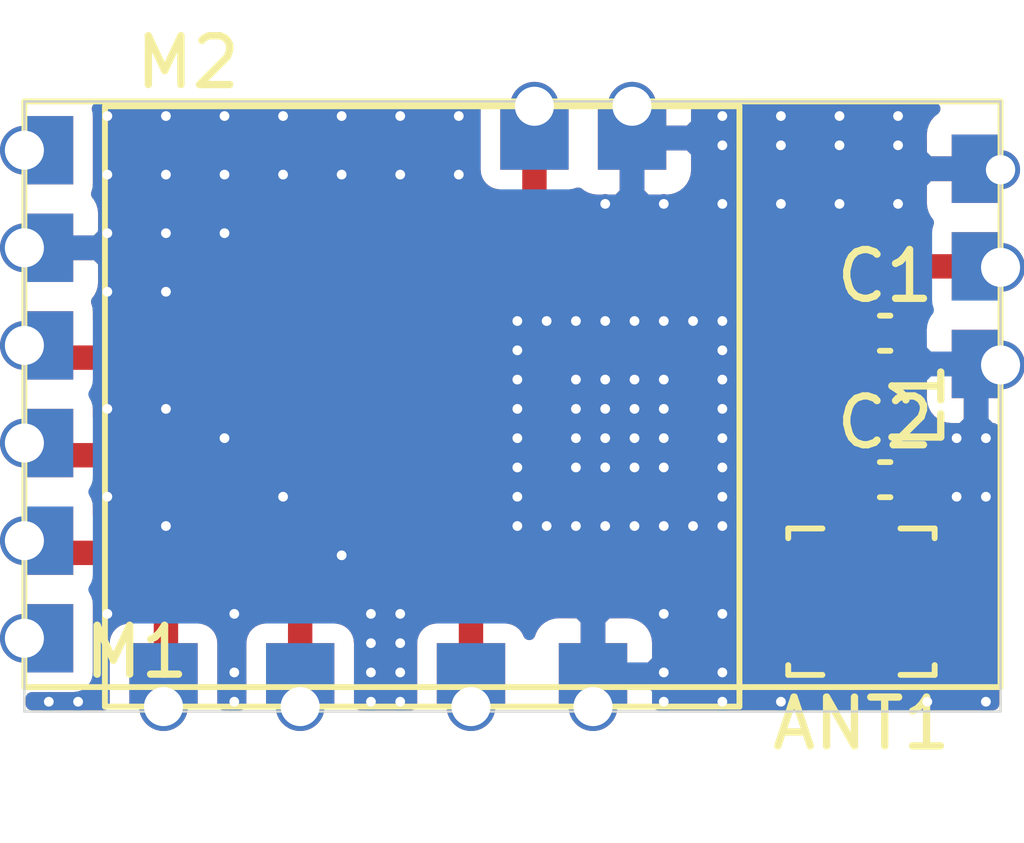
<source format=kicad_pcb>
(kicad_pcb (version 20171130) (host pcbnew "(5.1.9)-1")

  (general
    (thickness 1.6)
    (drawings 4)
    (tracks 143)
    (zones 0)
    (modules 6)
    (nets 7)
  )

  (page A4)
  (layers
    (0 F.Cu signal)
    (31 B.Cu signal)
    (32 B.Adhes user)
    (33 F.Adhes user)
    (34 B.Paste user)
    (35 F.Paste user)
    (36 B.SilkS user)
    (37 F.SilkS user)
    (38 B.Mask user)
    (39 F.Mask user)
    (40 Dwgs.User user)
    (41 Cmts.User user)
    (42 Eco1.User user)
    (43 Eco2.User user)
    (44 Edge.Cuts user)
    (45 Margin user)
    (46 B.CrtYd user)
    (47 F.CrtYd user)
    (48 B.Fab user)
    (49 F.Fab user)
  )

  (setup
    (last_trace_width 0.25)
    (user_trace_width 0.5)
    (trace_clearance 0.4)
    (zone_clearance 0)
    (zone_45_only no)
    (trace_min 0.2)
    (via_size 0.8)
    (via_drill 0.4)
    (via_min_size 0.4)
    (via_min_drill 0.3)
    (uvia_size 0.3)
    (uvia_drill 0.1)
    (uvias_allowed no)
    (uvia_min_size 0.2)
    (uvia_min_drill 0.1)
    (edge_width 0.05)
    (segment_width 0.2)
    (pcb_text_width 0.3)
    (pcb_text_size 1.5 1.5)
    (mod_edge_width 0.12)
    (mod_text_size 1 1)
    (mod_text_width 0.15)
    (pad_size 2 1.4)
    (pad_drill 0.9)
    (pad_to_mask_clearance 0.05)
    (aux_axis_origin 0 0)
    (visible_elements 7FFFFFFF)
    (pcbplotparams
      (layerselection 0x010fc_ffffffff)
      (usegerberextensions false)
      (usegerberattributes true)
      (usegerberadvancedattributes true)
      (creategerberjobfile true)
      (excludeedgelayer true)
      (linewidth 0.100000)
      (plotframeref false)
      (viasonmask false)
      (mode 1)
      (useauxorigin false)
      (hpglpennumber 1)
      (hpglpenspeed 20)
      (hpglpendiameter 15.000000)
      (psnegative false)
      (psa4output false)
      (plotreference true)
      (plotvalue true)
      (plotinvisibletext false)
      (padsonsilk false)
      (subtractmaskfromsilk false)
      (outputformat 1)
      (mirror false)
      (drillshape 1)
      (scaleselection 1)
      (outputdirectory ""))
  )

  (net 0 "")
  (net 1 ANT)
  (net 2 GND)
  (net 3 VDD)
  (net 4 UDM)
  (net 5 UDP)
  (net 6 "Net-(ANT1-Pad1)")

  (net_class Default "This is the default net class."
    (clearance 0.4)
    (trace_width 0.25)
    (via_dia 0.8)
    (via_drill 0.4)
    (uvia_dia 0.3)
    (uvia_drill 0.1)
    (add_net ANT)
    (add_net GND)
    (add_net "Net-(ANT1-Pad1)")
    (add_net UDM)
    (add_net UDP)
    (add_net VDD)
  )

  (module components:HLK-7601_V1.0 (layer F.Cu) (tedit 60117F31) (tstamp 5FE9DD9C)
    (at 135.75 62.9 90)
    (path /5FEB5760)
    (fp_text reference M2 (at 13.2 1.7 180) (layer F.SilkS)
      (effects (font (size 1 1) (thickness 0.15)))
    )
    (fp_text value HLK-7601_V1.0 (at 8.4 5.5 270) (layer B.Fab)
      (effects (font (size 1 1) (thickness 0.15)) (justify mirror))
    )
    (fp_line (start 0 0) (end 12.3 0) (layer F.SilkS) (width 0.12))
    (fp_line (start 12.3 0) (end 12.3 13) (layer F.SilkS) (width 0.12))
    (fp_line (start 12.3 13) (end 0 13) (layer F.SilkS) (width 0.12))
    (fp_line (start 0 13) (end 0 0) (layer F.SilkS) (width 0.12))
    (pad 5 smd rect (at 12.3 10.8 90) (size 1.3 1.4) (drill (offset -0.65 0)) (layers B.Cu B.Paste B.Mask)
      (net 2 GND))
    (pad 6 smd rect (at 12.3 8.8 90) (size 1.3 1.4) (drill (offset -0.65 0)) (layers B.Cu B.Paste B.Mask)
      (net 1 ANT))
    (pad 4 smd rect (at 0 10 90) (size 1.3 1.4) (drill (offset 0.65 0)) (layers B.Cu B.Paste B.Mask)
      (net 2 GND))
    (pad 3 smd rect (at 0 7.5 90) (size 1.3 1.4) (drill (offset 0.65 0)) (layers B.Cu B.Paste B.Mask)
      (net 5 UDP))
    (pad 2 smd rect (at 0 4 90) (size 1.3 1.4) (drill (offset 0.65 0)) (layers B.Cu B.Paste B.Mask)
      (net 4 UDM))
    (pad 1 smd rect (at 0 1.2 90) (size 1.3 1.4) (drill (offset 0.65 0)) (layers B.Cu B.Paste B.Mask)
      (net 3 VDD))
    (pad 6 smd rect (at 12.3 8.8 90) (size 1.3 1.4) (drill (offset -0.65 0)) (layers F.Cu F.Paste F.Mask)
      (net 1 ANT))
    (pad 5 smd rect (at 12.3 10.8 90) (size 1.3 1.4) (drill (offset -0.65 0)) (layers F.Cu F.Paste F.Mask)
      (net 2 GND))
    (pad 4 smd rect (at 0 10 90) (size 1.3 1.4) (drill (offset 0.65 0)) (layers F.Cu F.Paste F.Mask)
      (net 2 GND))
    (pad 3 smd rect (at 0 7.5 90) (size 1.3 1.4) (drill (offset 0.65 0)) (layers F.Cu F.Paste F.Mask)
      (net 5 UDP))
    (pad 2 smd rect (at 0 4 90) (size 1.3 1.4) (drill (offset 0.65 0)) (layers F.Cu F.Paste F.Mask)
      (net 4 UDM))
    (pad 1 smd rect (at 0 1.2 90) (size 1.3 1.4) (drill (offset 0.65 0)) (layers F.Cu F.Paste F.Mask)
      (net 3 VDD))
  )

  (module components:BL-M7601NU4_V1.0 (layer F.Cu) (tedit 60117906) (tstamp 5FE9DD8E)
    (at 134.1 50.5)
    (path /5FEB479D)
    (fp_text reference M1 (at 2.3 11.28) (layer F.SilkS)
      (effects (font (size 1 1) (thickness 0.15)))
    )
    (fp_text value BL-M7601NU4_V1.0 (at 8.7 11.98) (layer B.Fab)
      (effects (font (size 1 1) (thickness 0.15)) (justify mirror))
    )
    (fp_line (start 0 0) (end 0 12) (layer F.SilkS) (width 0.12))
    (fp_line (start 0 12) (end 20 12) (layer F.SilkS) (width 0.12))
    (fp_line (start 20 0) (end 20 12) (layer F.SilkS) (width 0.12))
    (fp_line (start 0 0) (end 20 0) (layer F.SilkS) (width 0.12))
    (pad 6 smd rect (at 0 1) (size 1 1.4) (drill (offset 0.5 0)) (layers F.Cu F.Paste F.Mask))
    (pad 9 smd rect (at 20 1.38) (size 1 1.4) (drill (offset -0.5 0)) (layers F.Cu F.Paste F.Mask)
      (net 2 GND))
    (pad 8 smd rect (at 20 3.38) (size 1 1.4) (drill (offset -0.5 0)) (layers F.Cu F.Paste F.Mask)
      (net 1 ANT))
    (pad 3 smd rect (at 0 7) (size 1 1.4) (drill (offset 0.5 0)) (layers F.Cu F.Paste F.Mask)
      (net 4 UDM))
    (pad 2 smd rect (at 0 9) (size 1 1.4) (drill (offset 0.5 0)) (layers F.Cu F.Paste F.Mask)
      (net 3 VDD))
    (pad 7 smd rect (at 20 5.38) (size 1 1.4) (drill (offset -0.5 0)) (layers F.Cu F.Paste F.Mask)
      (net 2 GND))
    (pad 1 smd rect (at 0 11) (size 1 1.4) (drill (offset 0.5 0)) (layers F.Cu F.Paste F.Mask))
    (pad 5 smd rect (at 0 3) (size 1 1.4) (drill (offset 0.5 0)) (layers F.Cu F.Paste F.Mask)
      (net 2 GND))
    (pad 4 smd rect (at 0 5) (size 1 1.4) (drill (offset 0.5 0)) (layers F.Cu F.Paste F.Mask)
      (net 5 UDP))
    (pad 9 smd rect (at 20 1.38) (size 1 1.4) (drill (offset -0.5 0)) (layers B.Cu B.Paste B.Mask)
      (net 2 GND))
    (pad 8 smd rect (at 20 3.38) (size 1 1.4) (drill (offset -0.5 0)) (layers B.Cu B.Paste B.Mask)
      (net 1 ANT))
    (pad 7 smd rect (at 20 5.38) (size 1 1.4) (drill (offset -0.5 0)) (layers B.Cu B.Paste B.Mask)
      (net 2 GND))
    (pad 6 smd rect (at 0 1) (size 1 1.4) (drill (offset 0.5 0)) (layers B.Cu B.Paste B.Mask))
    (pad 5 smd rect (at 0 3) (size 1 1.4) (drill (offset 0.5 0)) (layers B.Cu B.Paste B.Mask)
      (net 2 GND))
    (pad 4 smd rect (at 0 5) (size 1 1.4) (drill (offset 0.5 0)) (layers B.Cu B.Paste B.Mask)
      (net 5 UDP))
    (pad 3 smd rect (at 0 7) (size 1 1.4) (drill (offset 0.5 0)) (layers B.Cu B.Paste B.Mask)
      (net 4 UDM))
    (pad 2 smd rect (at 0 9) (size 1 1.4) (drill (offset 0.5 0)) (layers B.Cu B.Paste B.Mask)
      (net 3 VDD))
    (pad 1 smd rect (at 0 11) (size 1 1.4) (drill (offset 0.5 0)) (layers B.Cu B.Paste B.Mask))
  )

  (module components:COAXIAL_CONN (layer F.Cu) (tedit 60001A32) (tstamp 5FE9DD7D)
    (at 151.25 60.75 180)
    (path /5FEB5C85)
    (fp_text reference ANT1 (at 0 -2.5) (layer F.SilkS)
      (effects (font (size 1 1) (thickness 0.15)))
    )
    (fp_text value RF (at 0 -4.1) (layer F.Fab)
      (effects (font (size 1 1) (thickness 0.15)))
    )
    (fp_line (start 1.5 1.5) (end 1.5 1.3) (layer F.SilkS) (width 0.12))
    (fp_line (start -1.5 1.5) (end -1.5 1.3) (layer F.SilkS) (width 0.12))
    (fp_line (start 1.5 1.5) (end 0.8 1.5) (layer F.SilkS) (width 0.12))
    (fp_line (start 1.5 -1.5) (end 0.8 -1.5) (layer F.SilkS) (width 0.12))
    (fp_line (start -1.5 -1.3) (end -1.5 -1.5) (layer F.SilkS) (width 0.12))
    (fp_line (start -0.8 1.5) (end -1.5 1.5) (layer F.SilkS) (width 0.12))
    (fp_line (start 1.5 -1.5) (end 1.5 -1.3) (layer F.SilkS) (width 0.12))
    (fp_line (start -1.5 -1.5) (end -0.8 -1.5) (layer F.SilkS) (width 0.12))
    (pad 4 smd rect (at 0 -1.5 180) (size 1 1) (layers F.Cu F.Paste F.Mask)
      (net 2 GND))
    (pad 3 smd rect (at -1.5 0 180) (size 1 2.2) (layers F.Cu F.Paste F.Mask)
      (net 2 GND))
    (pad 2 smd rect (at 1.5 0 180) (size 1 2.2) (layers F.Cu F.Paste F.Mask)
      (net 2 GND))
    (pad 1 smd rect (at 0 1.5 180) (size 1 2) (drill (offset 0 -0.5)) (layers F.Cu F.Paste F.Mask)
      (net 6 "Net-(ANT1-Pad1)"))
  )

  (module Inductor_SMD:L_0402_1005Metric (layer F.Cu) (tedit 5F68FEF0) (tstamp 6000640E)
    (at 151.25 56.735 270)
    (descr "Inductor SMD 0402 (1005 Metric), square (rectangular) end terminal, IPC_7351 nominal, (Body size source: http://www.tortai-tech.com/upload/download/2011102023233369053.pdf), generated with kicad-footprint-generator")
    (tags inductor)
    (path /6000518A)
    (attr smd)
    (fp_text reference L1 (at 0 -1.17 90) (layer F.SilkS)
      (effects (font (size 1 1) (thickness 0.15)))
    )
    (fp_text value 1nH (at 0 1.17 90) (layer F.Fab)
      (effects (font (size 1 1) (thickness 0.15)))
    )
    (fp_text user %R (at 0 0 90) (layer F.Fab)
      (effects (font (size 0.25 0.25) (thickness 0.04)))
    )
    (fp_line (start -0.5 0.25) (end -0.5 -0.25) (layer F.Fab) (width 0.1))
    (fp_line (start -0.5 -0.25) (end 0.5 -0.25) (layer F.Fab) (width 0.1))
    (fp_line (start 0.5 -0.25) (end 0.5 0.25) (layer F.Fab) (width 0.1))
    (fp_line (start 0.5 0.25) (end -0.5 0.25) (layer F.Fab) (width 0.1))
    (fp_line (start -0.93 0.47) (end -0.93 -0.47) (layer F.CrtYd) (width 0.05))
    (fp_line (start -0.93 -0.47) (end 0.93 -0.47) (layer F.CrtYd) (width 0.05))
    (fp_line (start 0.93 -0.47) (end 0.93 0.47) (layer F.CrtYd) (width 0.05))
    (fp_line (start 0.93 0.47) (end -0.93 0.47) (layer F.CrtYd) (width 0.05))
    (pad 2 smd roundrect (at 0.485 0 270) (size 0.59 0.64) (layers F.Cu F.Paste F.Mask) (roundrect_rratio 0.25)
      (net 6 "Net-(ANT1-Pad1)"))
    (pad 1 smd roundrect (at -0.485 0 270) (size 0.59 0.64) (layers F.Cu F.Paste F.Mask) (roundrect_rratio 0.25)
      (net 1 ANT))
    (model ${KISYS3DMOD}/Inductor_SMD.3dshapes/L_0402_1005Metric.wrl
      (at (xyz 0 0 0))
      (scale (xyz 1 1 1))
      (rotate (xyz 0 0 0))
    )
  )

  (module Capacitor_SMD:C_0402_1005Metric (layer F.Cu) (tedit 5F68FEEE) (tstamp 600063FF)
    (at 151.735 58.25)
    (descr "Capacitor SMD 0402 (1005 Metric), square (rectangular) end terminal, IPC_7351 nominal, (Body size source: IPC-SM-782 page 76, https://www.pcb-3d.com/wordpress/wp-content/uploads/ipc-sm-782a_amendment_1_and_2.pdf), generated with kicad-footprint-generator")
    (tags capacitor)
    (path /600045EF)
    (attr smd)
    (fp_text reference C2 (at 0 -1.17) (layer F.SilkS)
      (effects (font (size 1 1) (thickness 0.15)))
    )
    (fp_text value 1pF (at 0 1.17) (layer F.Fab)
      (effects (font (size 1 1) (thickness 0.15)))
    )
    (fp_text user %R (at 0 0) (layer F.Fab)
      (effects (font (size 0.25 0.25) (thickness 0.04)))
    )
    (fp_line (start -0.5 0.25) (end -0.5 -0.25) (layer F.Fab) (width 0.1))
    (fp_line (start -0.5 -0.25) (end 0.5 -0.25) (layer F.Fab) (width 0.1))
    (fp_line (start 0.5 -0.25) (end 0.5 0.25) (layer F.Fab) (width 0.1))
    (fp_line (start 0.5 0.25) (end -0.5 0.25) (layer F.Fab) (width 0.1))
    (fp_line (start -0.107836 -0.36) (end 0.107836 -0.36) (layer F.SilkS) (width 0.12))
    (fp_line (start -0.107836 0.36) (end 0.107836 0.36) (layer F.SilkS) (width 0.12))
    (fp_line (start -0.91 0.46) (end -0.91 -0.46) (layer F.CrtYd) (width 0.05))
    (fp_line (start -0.91 -0.46) (end 0.91 -0.46) (layer F.CrtYd) (width 0.05))
    (fp_line (start 0.91 -0.46) (end 0.91 0.46) (layer F.CrtYd) (width 0.05))
    (fp_line (start 0.91 0.46) (end -0.91 0.46) (layer F.CrtYd) (width 0.05))
    (pad 2 smd roundrect (at 0.48 0) (size 0.56 0.62) (layers F.Cu F.Paste F.Mask) (roundrect_rratio 0.25)
      (net 2 GND))
    (pad 1 smd roundrect (at -0.48 0) (size 0.56 0.62) (layers F.Cu F.Paste F.Mask) (roundrect_rratio 0.25)
      (net 6 "Net-(ANT1-Pad1)"))
    (model ${KISYS3DMOD}/Capacitor_SMD.3dshapes/C_0402_1005Metric.wrl
      (at (xyz 0 0 0))
      (scale (xyz 1 1 1))
      (rotate (xyz 0 0 0))
    )
  )

  (module Capacitor_SMD:C_0402_1005Metric (layer F.Cu) (tedit 5F68FEEE) (tstamp 600063F0)
    (at 151.735 55.25)
    (descr "Capacitor SMD 0402 (1005 Metric), square (rectangular) end terminal, IPC_7351 nominal, (Body size source: IPC-SM-782 page 76, https://www.pcb-3d.com/wordpress/wp-content/uploads/ipc-sm-782a_amendment_1_and_2.pdf), generated with kicad-footprint-generator")
    (tags capacitor)
    (path /600041D3)
    (attr smd)
    (fp_text reference C1 (at 0 -1.17) (layer F.SilkS)
      (effects (font (size 1 1) (thickness 0.15)))
    )
    (fp_text value 1pF (at 0 1.17) (layer F.Fab)
      (effects (font (size 1 1) (thickness 0.15)))
    )
    (fp_text user %R (at 0 0) (layer F.Fab)
      (effects (font (size 0.25 0.25) (thickness 0.04)))
    )
    (fp_line (start -0.5 0.25) (end -0.5 -0.25) (layer F.Fab) (width 0.1))
    (fp_line (start -0.5 -0.25) (end 0.5 -0.25) (layer F.Fab) (width 0.1))
    (fp_line (start 0.5 -0.25) (end 0.5 0.25) (layer F.Fab) (width 0.1))
    (fp_line (start 0.5 0.25) (end -0.5 0.25) (layer F.Fab) (width 0.1))
    (fp_line (start -0.107836 -0.36) (end 0.107836 -0.36) (layer F.SilkS) (width 0.12))
    (fp_line (start -0.107836 0.36) (end 0.107836 0.36) (layer F.SilkS) (width 0.12))
    (fp_line (start -0.91 0.46) (end -0.91 -0.46) (layer F.CrtYd) (width 0.05))
    (fp_line (start -0.91 -0.46) (end 0.91 -0.46) (layer F.CrtYd) (width 0.05))
    (fp_line (start 0.91 -0.46) (end 0.91 0.46) (layer F.CrtYd) (width 0.05))
    (fp_line (start 0.91 0.46) (end -0.91 0.46) (layer F.CrtYd) (width 0.05))
    (pad 2 smd roundrect (at 0.48 0) (size 0.56 0.62) (layers F.Cu F.Paste F.Mask) (roundrect_rratio 0.25)
      (net 2 GND))
    (pad 1 smd roundrect (at -0.48 0) (size 0.56 0.62) (layers F.Cu F.Paste F.Mask) (roundrect_rratio 0.25)
      (net 1 ANT))
    (model ${KISYS3DMOD}/Capacitor_SMD.3dshapes/C_0402_1005Metric.wrl
      (at (xyz 0 0 0))
      (scale (xyz 1 1 1))
      (rotate (xyz 0 0 0))
    )
  )

  (gr_line (start 134.1 63) (end 134.1 50.5) (layer Edge.Cuts) (width 0.05) (tstamp 5FE9E190))
  (gr_line (start 154.1 63) (end 134.1 63) (layer Edge.Cuts) (width 0.05))
  (gr_line (start 154.1 50.5) (end 154.1 63) (layer Edge.Cuts) (width 0.05))
  (gr_line (start 134.1 50.5) (end 154.1 50.5) (layer Edge.Cuts) (width 0.05))

  (via (at 134.1 51.5) (size 1) (drill 0.8) (layers F.Cu B.Cu) (net 0) (tstamp 60118115))
  (via (at 134.1 61.5) (size 1) (drill 0.8) (layers F.Cu B.Cu) (net 0) (tstamp 60118115))
  (via (at 144.55 50.6) (size 1) (drill 0.8) (layers F.Cu B.Cu) (net 1) (tstamp 60118A46))
  (via (at 146.55 50.6) (size 1) (drill 0.8) (layers F.Cu B.Cu) (net 2) (tstamp 60118A46))
  (via (at 136.95 62.9) (size 1) (drill 0.8) (layers F.Cu B.Cu) (net 3) (tstamp 60118A46))
  (via (at 139.75 62.9) (size 1) (drill 0.8) (layers F.Cu B.Cu) (net 4) (tstamp 60118A46))
  (via (at 143.25 62.9) (size 1) (drill 0.8) (layers F.Cu B.Cu) (net 5) (tstamp 60118A46))
  (via (at 145.75 62.9) (size 1) (drill 0.8) (layers F.Cu B.Cu) (net 2) (tstamp 60118A46))
  (via (at 154.1 55.9) (size 1) (drill 0.8) (layers F.Cu B.Cu) (net 2) (tstamp 60118115))
  (via (at 154.1 53.9) (size 1) (drill 0.8) (layers F.Cu B.Cu) (net 1) (tstamp 60118115))
  (via (at 154.1 51.9) (size 0.8) (drill 0.6) (layers F.Cu B.Cu) (net 2) (tstamp 60118115))
  (via (at 134.1 59.5) (size 1) (drill 0.8) (layers F.Cu B.Cu) (net 3) (tstamp 60118115))
  (via (at 134.1 57.5) (size 1) (drill 0.8) (layers F.Cu B.Cu) (net 4) (tstamp 60118115))
  (via (at 134.1 55.5) (size 1) (drill 0.8) (layers F.Cu B.Cu) (net 5))
  (via (at 134.1 53.5) (size 1) (drill 0.8) (layers F.Cu B.Cu) (net 2))
  (segment (start 151.25 56.25) (end 151.25 55.25) (width 0.5) (layer F.Cu) (net 1))
  (segment (start 144.55 52.75) (end 145.68 53.88) (width 0.5) (layer F.Cu) (net 1))
  (segment (start 151.25 53.91) (end 151.28 53.88) (width 0.5) (layer F.Cu) (net 1))
  (segment (start 151.25 55.25) (end 151.25 53.91) (width 0.5) (layer F.Cu) (net 1))
  (segment (start 145.68 53.88) (end 151.28 53.88) (width 0.5) (layer F.Cu) (net 1))
  (segment (start 150.78 53.88) (end 153.6 53.88) (width 0.5) (layer F.Cu) (net 1))
  (segment (start 144.55 51.9) (end 144.55 52.75) (width 0.5) (layer F.Cu) (net 1))
  (via (at 135.8 50.8) (size 0.4) (drill 0.2) (layers F.Cu B.Cu) (net 2) (tstamp 60006EA2))
  (via (at 135.8 52) (size 0.4) (drill 0.2) (layers F.Cu B.Cu) (net 2) (tstamp 600D7465))
  (via (at 137 50.8) (size 0.4) (drill 0.2) (layers F.Cu B.Cu) (net 2) (tstamp 600D7471))
  (via (at 137 52) (size 0.4) (drill 0.2) (layers F.Cu B.Cu) (net 2) (tstamp 600D7475))
  (via (at 138.2 50.8) (size 0.4) (drill 0.2) (layers F.Cu B.Cu) (net 2) (tstamp 600D74DC))
  (via (at 138.2 52) (size 0.4) (drill 0.2) (layers F.Cu B.Cu) (net 2) (tstamp 600D74DD))
  (via (at 139.4 52) (size 0.4) (drill 0.2) (layers F.Cu B.Cu) (net 2) (tstamp 600D74EB))
  (via (at 139.4 50.8) (size 0.4) (drill 0.2) (layers F.Cu B.Cu) (net 2) (tstamp 600D74EC))
  (via (at 140.6 50.8) (size 0.4) (drill 0.2) (layers F.Cu B.Cu) (net 2) (tstamp 600D74FB))
  (via (at 140.6 52) (size 0.4) (drill 0.2) (layers F.Cu B.Cu) (net 2) (tstamp 600D74FC))
  (via (at 141.8 52) (size 0.4) (drill 0.2) (layers F.Cu B.Cu) (net 2) (tstamp 600D750B))
  (via (at 141.8 50.8) (size 0.4) (drill 0.2) (layers F.Cu B.Cu) (net 2) (tstamp 600D750C))
  (via (at 143 52) (size 0.4) (drill 0.2) (layers F.Cu B.Cu) (net 2) (tstamp 600D751B))
  (via (at 143 50.8) (size 0.4) (drill 0.2) (layers F.Cu B.Cu) (net 2) (tstamp 600D751D))
  (via (at 144.2 55) (size 0.4) (drill 0.2) (layers F.Cu B.Cu) (net 2) (tstamp 600D7573))
  (via (at 144.8 55) (size 0.4) (drill 0.2) (layers F.Cu B.Cu) (net 2) (tstamp 600D7575))
  (via (at 145.4 55) (size 0.4) (drill 0.2) (layers F.Cu B.Cu) (net 2) (tstamp 600D7577))
  (via (at 146 55) (size 0.4) (drill 0.2) (layers F.Cu B.Cu) (net 2) (tstamp 600D7579))
  (via (at 146.6 55) (size 0.4) (drill 0.2) (layers F.Cu B.Cu) (net 2) (tstamp 600D757B))
  (via (at 147.2 55) (size 0.4) (drill 0.2) (layers F.Cu B.Cu) (net 2) (tstamp 600D757D))
  (via (at 147.8 55) (size 0.4) (drill 0.2) (layers F.Cu B.Cu) (net 2) (tstamp 600D757F))
  (via (at 148.4 55) (size 0.4) (drill 0.2) (layers F.Cu B.Cu) (net 2) (tstamp 600D7581))
  (via (at 148.4 52.6) (size 0.4) (drill 0.2) (layers F.Cu B.Cu) (net 2) (tstamp 600D7585))
  (via (at 148.4 51.4) (size 0.4) (drill 0.2) (layers F.Cu B.Cu) (net 2) (tstamp 600D758B))
  (via (at 148.4 50.8) (size 0.4) (drill 0.2) (layers F.Cu B.Cu) (net 2) (tstamp 600D758D))
  (via (at 148.4 55.6) (size 0.4) (drill 0.2) (layers F.Cu B.Cu) (net 2) (tstamp 600D7595))
  (via (at 148.4 56.2) (size 0.4) (drill 0.2) (layers F.Cu B.Cu) (net 2) (tstamp 600D7597))
  (via (at 148.4 56.8) (size 0.4) (drill 0.2) (layers F.Cu B.Cu) (net 2) (tstamp 600D7599))
  (via (at 147.2 56.2) (size 0.4) (drill 0.2) (layers F.Cu B.Cu) (net 2) (tstamp 600D759B))
  (via (at 146.6 56.2) (size 0.4) (drill 0.2) (layers F.Cu B.Cu) (net 2) (tstamp 600D759D))
  (via (at 146 56.2) (size 0.4) (drill 0.2) (layers F.Cu B.Cu) (net 2) (tstamp 600D759F))
  (via (at 145.4 56.2) (size 0.4) (drill 0.2) (layers F.Cu B.Cu) (net 2) (tstamp 600D75A1))
  (via (at 144.2 56.2) (size 0.4) (drill 0.2) (layers F.Cu B.Cu) (net 2) (tstamp 600D75A5))
  (via (at 144.2 57.4) (size 0.4) (drill 0.2) (layers F.Cu B.Cu) (net 2) (tstamp 600D75AF))
  (via (at 144.2 56.8) (size 0.4) (drill 0.2) (layers F.Cu B.Cu) (net 2) (tstamp 600D75B1))
  (via (at 145.4 57.4) (size 0.4) (drill 0.2) (layers F.Cu B.Cu) (net 2) (tstamp 600D75B7))
  (via (at 145.4 56.8) (size 0.4) (drill 0.2) (layers F.Cu B.Cu) (net 2) (tstamp 600D75B9))
  (via (at 146 56.8) (size 0.4) (drill 0.2) (layers F.Cu B.Cu) (net 2) (tstamp 600D75BB))
  (via (at 146.6 56.8) (size 0.4) (drill 0.2) (layers F.Cu B.Cu) (net 2) (tstamp 600D75BD))
  (via (at 147.2 56.8) (size 0.4) (drill 0.2) (layers F.Cu B.Cu) (net 2) (tstamp 600D75BF))
  (via (at 146 57.4) (size 0.4) (drill 0.2) (layers F.Cu B.Cu) (net 2) (tstamp 600D75C1))
  (via (at 146.6 57.4) (size 0.4) (drill 0.2) (layers F.Cu B.Cu) (net 2) (tstamp 600D75C3))
  (via (at 147.2 57.4) (size 0.4) (drill 0.2) (layers F.Cu B.Cu) (net 2) (tstamp 600D75C5))
  (via (at 147.2 58) (size 0.4) (drill 0.2) (layers F.Cu B.Cu) (net 2) (tstamp 600D75C7))
  (via (at 147.2 59.2) (size 0.4) (drill 0.2) (layers F.Cu B.Cu) (net 2) (tstamp 600D75CB))
  (via (at 144.2 55.6) (size 0.4) (drill 0.2) (layers F.Cu B.Cu) (net 2) (tstamp 600D760B))
  (via (at 144.2 58) (size 0.4) (drill 0.2) (layers F.Cu B.Cu) (net 2) (tstamp 600D7619))
  (via (at 144.2 58.6) (size 0.4) (drill 0.2) (layers F.Cu B.Cu) (net 2) (tstamp 600D761B))
  (via (at 144.2 59.2) (size 0.4) (drill 0.2) (layers F.Cu B.Cu) (net 2) (tstamp 600D7625))
  (via (at 144.8 59.2) (size 0.4) (drill 0.2) (layers F.Cu B.Cu) (net 2) (tstamp 600D7627))
  (via (at 145.4 59.2) (size 0.4) (drill 0.2) (layers F.Cu B.Cu) (net 2) (tstamp 600D7629))
  (via (at 145.4 58) (size 0.4) (drill 0.2) (layers F.Cu B.Cu) (net 2) (tstamp 600D762B))
  (via (at 146 59.2) (size 0.4) (drill 0.2) (layers F.Cu B.Cu) (net 2) (tstamp 600D7633))
  (via (at 146 58) (size 0.4) (drill 0.2) (layers F.Cu B.Cu) (net 2) (tstamp 600D7637))
  (via (at 146.6 58) (size 0.4) (drill 0.2) (layers F.Cu B.Cu) (net 2) (tstamp 600D7639))
  (via (at 146.6 59.2) (size 0.4) (drill 0.2) (layers F.Cu B.Cu) (net 2) (tstamp 600D763D))
  (via (at 147.8 59.2) (size 0.4) (drill 0.2) (layers F.Cu B.Cu) (net 2) (tstamp 600D763F))
  (via (at 148.4 57.4) (size 0.4) (drill 0.2) (layers F.Cu B.Cu) (net 2) (tstamp 600D7647))
  (via (at 148.4 58) (size 0.4) (drill 0.2) (layers F.Cu B.Cu) (net 2) (tstamp 600D7649))
  (via (at 148.4 58.6) (size 0.4) (drill 0.2) (layers F.Cu B.Cu) (net 2) (tstamp 600D764B))
  (via (at 148.4 59.2) (size 0.4) (drill 0.2) (layers F.Cu B.Cu) (net 2) (tstamp 600D764D))
  (via (at 153.2 57.4) (size 0.4) (drill 0.2) (layers F.Cu B.Cu) (net 2) (tstamp 600D765E))
  (via (at 153.8 57.4) (size 0.4) (drill 0.2) (layers F.Cu B.Cu) (net 2) (tstamp 600D7660))
  (via (at 153.8 58.6) (size 0.4) (drill 0.2) (layers F.Cu B.Cu) (net 2) (tstamp 600D7664))
  (via (at 153.2 58.6) (size 0.4) (drill 0.2) (layers F.Cu B.Cu) (net 2) (tstamp 600D7666))
  (via (at 153.8 62.8) (size 0.4) (drill 0.2) (layers F.Cu B.Cu) (net 2) (tstamp 600D7676))
  (via (at 152.6 62.8) (size 0.4) (drill 0.2) (layers F.Cu B.Cu) (net 2) (tstamp 600D767A))
  (via (at 149.6 62.8) (size 0.4) (drill 0.2) (layers F.Cu B.Cu) (net 2) (tstamp 600D7684))
  (via (at 148.4 62.8) (size 0.4) (drill 0.2) (layers F.Cu B.Cu) (net 2) (tstamp 600D7688))
  (via (at 147.2 62.8) (size 0.4) (drill 0.2) (layers F.Cu B.Cu) (net 2) (tstamp 600D768C))
  (via (at 147.2 62.2) (size 0.4) (drill 0.2) (layers F.Cu B.Cu) (net 2) (tstamp 600D768E))
  (via (at 148.4 62.2) (size 0.4) (drill 0.2) (layers F.Cu B.Cu) (net 2) (tstamp 600D7696))
  (via (at 148.4 61) (size 0.4) (drill 0.2) (layers F.Cu B.Cu) (net 2) (tstamp 600D769A))
  (via (at 147.2 61) (size 0.4) (drill 0.2) (layers F.Cu B.Cu) (net 2) (tstamp 600D769E))
  (via (at 141.8 61) (size 0.4) (drill 0.2) (layers F.Cu B.Cu) (net 2) (tstamp 600D76A0))
  (via (at 141.8 62.2) (size 0.4) (drill 0.2) (layers F.Cu B.Cu) (net 2) (tstamp 600D76A4))
  (via (at 141.2 62.2) (size 0.4) (drill 0.2) (layers F.Cu B.Cu) (net 2) (tstamp 600D76AA))
  (via (at 141.2 61) (size 0.4) (drill 0.2) (layers F.Cu B.Cu) (net 2) (tstamp 600D76AE))
  (via (at 137 56.8) (size 0.4) (drill 0.2) (layers F.Cu B.Cu) (net 2) (tstamp 600D76BC))
  (via (at 135.8 56.8) (size 0.4) (drill 0.2) (layers F.Cu B.Cu) (net 2) (tstamp 600D76C0))
  (via (at 138.2 57.4) (size 0.4) (drill 0.2) (layers F.Cu B.Cu) (net 2) (tstamp 600D76C4))
  (via (at 135.8 58.6) (size 0.4) (drill 0.2) (layers F.Cu B.Cu) (net 2) (tstamp 600D7F8C))
  (via (at 137 59.2) (size 0.4) (drill 0.2) (layers F.Cu B.Cu) (net 2) (tstamp 600D7F90))
  (via (at 135.8 61) (size 0.4) (drill 0.2) (layers F.Cu B.Cu) (net 2) (tstamp 600D7F96))
  (via (at 135.2 62.8) (size 0.4) (drill 0.2) (layers F.Cu B.Cu) (net 2) (tstamp 600D7F98))
  (via (at 134.6 62.8) (size 0.4) (drill 0.2) (layers F.Cu B.Cu) (net 2) (tstamp 600D7F9A))
  (via (at 139.4 58.6) (size 0.4) (drill 0.2) (layers F.Cu B.Cu) (net 2) (tstamp 600D7FBE))
  (via (at 140.6 59.8) (size 0.4) (drill 0.2) (layers F.Cu B.Cu) (net 2) (tstamp 600D7FC2))
  (via (at 149.6 52.6) (size 0.4) (drill 0.2) (layers F.Cu B.Cu) (net 2) (tstamp 600D800B))
  (via (at 149.6 51.4) (size 0.4) (drill 0.2) (layers F.Cu B.Cu) (net 2) (tstamp 600D800C))
  (via (at 149.6 50.8) (size 0.4) (drill 0.2) (layers F.Cu B.Cu) (net 2) (tstamp 600D800D))
  (via (at 150.8 51.4) (size 0.4) (drill 0.2) (layers F.Cu B.Cu) (net 2) (tstamp 600D801B))
  (via (at 150.8 52.6) (size 0.4) (drill 0.2) (layers F.Cu B.Cu) (net 2) (tstamp 600D801C))
  (via (at 150.8 50.8) (size 0.4) (drill 0.2) (layers F.Cu B.Cu) (net 2) (tstamp 600D801D))
  (via (at 152 51.4) (size 0.4) (drill 0.2) (layers F.Cu B.Cu) (net 2) (tstamp 600D802A))
  (via (at 152 52.6) (size 0.4) (drill 0.2) (layers F.Cu B.Cu) (net 2) (tstamp 600D802B))
  (via (at 152 50.8) (size 0.4) (drill 0.2) (layers F.Cu B.Cu) (net 2) (tstamp 600D802D))
  (via (at 135.8 53.2) (size 0.4) (drill 0.2) (layers F.Cu B.Cu) (net 2) (tstamp 600D8064))
  (via (at 135.8 54.4) (size 0.4) (drill 0.2) (layers F.Cu B.Cu) (net 2) (tstamp 600D8068))
  (via (at 137 54.4) (size 0.4) (drill 0.2) (layers F.Cu B.Cu) (net 2) (tstamp 600D806C))
  (via (at 137 53.2) (size 0.4) (drill 0.2) (layers F.Cu B.Cu) (net 2) (tstamp 600D8074))
  (via (at 138.2 53.2) (size 0.4) (drill 0.2) (layers F.Cu B.Cu) (net 2) (tstamp 600D807C))
  (via (at 138.4 62.8) (size 0.4) (drill 0.2) (layers F.Cu B.Cu) (net 2) (tstamp 600D808A))
  (via (at 138.4 62.2) (size 0.4) (drill 0.2) (layers F.Cu B.Cu) (net 2) (tstamp 600D808C))
  (via (at 138.4 61) (size 0.4) (drill 0.2) (layers F.Cu B.Cu) (net 2) (tstamp 600D8090))
  (via (at 147.2 52.6) (size 0.4) (drill 0.2) (layers F.Cu B.Cu) (net 2) (tstamp 600D80B2))
  (via (at 146 52.6) (size 0.4) (drill 0.2) (layers F.Cu B.Cu) (net 2) (tstamp 600D80B6))
  (via (at 141.2 62.8) (size 0.4) (drill 0.2) (layers F.Cu B.Cu) (net 2) (tstamp 600D76A8))
  (via (at 141.8 61.6) (size 0.4) (drill 0.2) (layers F.Cu B.Cu) (net 2) (tstamp 600D76A2))
  (via (at 141.8 62.8) (size 0.4) (drill 0.2) (layers F.Cu B.Cu) (net 2) (tstamp 600D76A6))
  (via (at 141.2 61.6) (size 0.4) (drill 0.2) (layers F.Cu B.Cu) (net 2) (tstamp 600D76AC))
  (segment (start 137 60.75) (end 136 59.75) (width 0.5) (layer F.Cu) (net 3))
  (segment (start 137 60.75) (end 137 62.52499) (width 0.5) (layer F.Cu) (net 3))
  (segment (start 136 59.75) (end 134.57501 59.75) (width 0.5) (layer F.Cu) (net 3))
  (segment (start 139.75 60.5) (end 137 57.75) (width 0.5) (layer F.Cu) (net 4))
  (segment (start 139.75 60.5) (end 139.75 62.52499) (width 0.5) (layer F.Cu) (net 4))
  (segment (start 137 57.75) (end 134.57501 57.75) (width 0.5) (layer F.Cu) (net 4))
  (segment (start 143.25 60.5) (end 138.5 55.75) (width 0.5) (layer F.Cu) (net 5))
  (segment (start 143.25 60.5) (end 143.25 62.52499) (width 0.5) (layer F.Cu) (net 5))
  (segment (start 138.5 55.75) (end 134.57501 55.75) (width 0.5) (layer F.Cu) (net 5))
  (segment (start 151.25 59.25) (end 151.25 57.22) (width 0.5) (layer F.Cu) (net 6))

  (zone (net 2) (net_name GND) (layer F.Cu) (tstamp 0) (hatch edge 0.508)
    (connect_pads (clearance 0))
    (min_thickness 0.254)
    (fill yes (arc_segments 32) (thermal_gap 0.508) (thermal_bridge_width 0.508))
    (polygon
      (pts
        (xy 154.1 63) (xy 134.1 63) (xy 134.1 50.5) (xy 154.1 50.5)
      )
    )
    (filled_polygon
      (pts
        (xy 152.342 55.123) (xy 152.362 55.123) (xy 152.362 55.377) (xy 152.342 55.377) (xy 152.342 56.03625)
        (xy 152.46825 56.1625) (xy 152.465 56.16575) (xy 152.461928 56.58) (xy 152.474188 56.704482) (xy 152.510498 56.82418)
        (xy 152.569463 56.934494) (xy 152.648815 57.031185) (xy 152.745506 57.110537) (xy 152.85582 57.169502) (xy 152.975518 57.205812)
        (xy 153.1 57.218072) (xy 153.31425 57.215) (xy 153.473 57.05625) (xy 153.473 56.007) (xy 153.453 56.007)
        (xy 153.453 55.753) (xy 153.473 55.753) (xy 153.473 55.733) (xy 153.727 55.733) (xy 153.727 55.753)
        (xy 153.747 55.753) (xy 153.747 56.007) (xy 153.727 56.007) (xy 153.727 57.05625) (xy 153.88575 57.215)
        (xy 153.948001 57.215893) (xy 153.948001 62.848) (xy 152.37842 62.848) (xy 152.388072 62.75) (xy 152.385 62.53575)
        (xy 152.336088 62.486838) (xy 152.46425 62.485) (xy 152.623 62.32625) (xy 152.623 60.877) (xy 152.877 60.877)
        (xy 152.877 62.32625) (xy 153.03575 62.485) (xy 153.25 62.488072) (xy 153.374482 62.475812) (xy 153.49418 62.439502)
        (xy 153.604494 62.380537) (xy 153.701185 62.301185) (xy 153.780537 62.204494) (xy 153.839502 62.09418) (xy 153.875812 61.974482)
        (xy 153.888072 61.85) (xy 153.885 61.03575) (xy 153.72625 60.877) (xy 152.877 60.877) (xy 152.623 60.877)
        (xy 152.603 60.877) (xy 152.603 60.623) (xy 152.623 60.623) (xy 152.623 60.603) (xy 152.877 60.603)
        (xy 152.877 60.623) (xy 153.72625 60.623) (xy 153.885 60.46425) (xy 153.888072 59.65) (xy 153.875812 59.525518)
        (xy 153.839502 59.40582) (xy 153.780537 59.295506) (xy 153.701185 59.198815) (xy 153.604494 59.119463) (xy 153.49418 59.060498)
        (xy 153.374482 59.024188) (xy 153.25 59.011928) (xy 153.03575 59.015) (xy 152.877002 59.173748) (xy 152.877002 59.068131)
        (xy 152.948247 59.009113) (xy 153.027156 58.912059) (xy 153.085614 58.801476) (xy 153.121375 58.681613) (xy 153.133065 58.557077)
        (xy 153.13 58.53575) (xy 152.97125 58.377) (xy 152.342 58.377) (xy 152.342 58.397) (xy 152.14205 58.397)
        (xy 152.124448 58.375552) (xy 152.068 58.329226) (xy 152.068 58.123) (xy 152.088 58.123) (xy 152.088 57.484762)
        (xy 152.090069 57.46375) (xy 152.342 57.46375) (xy 152.342 58.123) (xy 152.97125 58.123) (xy 153.13 57.96425)
        (xy 153.133065 57.942923) (xy 153.121375 57.818387) (xy 153.085614 57.698524) (xy 153.027156 57.587941) (xy 152.948247 57.490887)
        (xy 152.851921 57.411092) (xy 152.741878 57.351623) (xy 152.622348 57.314765) (xy 152.50075 57.305) (xy 152.342 57.46375)
        (xy 152.090069 57.46375) (xy 152.099549 57.3675) (xy 152.099549 57.0725) (xy 152.08654 56.940414) (xy 152.048012 56.813405)
        (xy 152.006104 56.735) (xy 152.048012 56.656595) (xy 152.08654 56.529586) (xy 152.099549 56.3975) (xy 152.099549 56.1025)
        (xy 152.088 55.985238) (xy 152.088 55.377) (xy 152.068 55.377) (xy 152.068 55.123) (xy 152.088 55.123)
        (xy 152.088 55.103) (xy 152.342 55.103)
      )
    )
    (filled_polygon
      (pts
        (xy 136.223 61.071844) (xy 136.223 61.07311) (xy 136.14669 61.080626) (xy 136.04735 61.110761) (xy 135.955798 61.159696)
        (xy 135.875552 61.225552) (xy 135.809696 61.305798) (xy 135.760761 61.39735) (xy 135.730626 61.49669) (xy 135.720451 61.6)
        (xy 135.720451 62.848) (xy 134.252 62.848) (xy 134.252 62.729549) (xy 135.1 62.729549) (xy 135.20331 62.719374)
        (xy 135.30265 62.689239) (xy 135.394202 62.640304) (xy 135.474448 62.574448) (xy 135.540304 62.494202) (xy 135.589239 62.40265)
        (xy 135.619374 62.30331) (xy 135.629549 62.2) (xy 135.629549 60.8) (xy 135.619374 60.69669) (xy 135.589239 60.59735)
        (xy 135.551637 60.527) (xy 135.678157 60.527)
      )
    )
    (filled_polygon
      (pts
        (xy 138.973 60.821844) (xy 138.973 61.078035) (xy 138.94669 61.080626) (xy 138.84735 61.110761) (xy 138.755798 61.159696)
        (xy 138.675552 61.225552) (xy 138.609696 61.305798) (xy 138.560761 61.39735) (xy 138.530626 61.49669) (xy 138.520451 61.6)
        (xy 138.520451 62.848) (xy 138.179549 62.848) (xy 138.179549 61.6) (xy 138.169374 61.49669) (xy 138.139239 61.39735)
        (xy 138.090304 61.305798) (xy 138.024448 61.225552) (xy 137.944202 61.159696) (xy 137.85265 61.110761) (xy 137.777 61.087812)
        (xy 137.777 60.788163) (xy 137.780759 60.75) (xy 137.777 60.711834) (xy 137.765757 60.597681) (xy 137.721327 60.451216)
        (xy 137.693511 60.399177) (xy 137.649178 60.316234) (xy 137.576409 60.227565) (xy 137.576408 60.227564) (xy 137.55208 60.19792)
        (xy 137.522437 60.173593) (xy 136.576412 59.227569) (xy 136.55208 59.19792) (xy 136.433766 59.100823) (xy 136.298784 59.028673)
        (xy 136.152319 58.984243) (xy 136.038166 58.973) (xy 136.038163 58.973) (xy 136 58.969241) (xy 135.961837 58.973)
        (xy 135.629549 58.973) (xy 135.629549 58.8) (xy 135.619374 58.69669) (xy 135.589239 58.59735) (xy 135.551637 58.527)
        (xy 136.678157 58.527)
      )
    )
    (filled_polygon
      (pts
        (xy 142.473 60.821844) (xy 142.473 61.078035) (xy 142.44669 61.080626) (xy 142.34735 61.110761) (xy 142.255798 61.159696)
        (xy 142.175552 61.225552) (xy 142.109696 61.305798) (xy 142.060761 61.39735) (xy 142.030626 61.49669) (xy 142.020451 61.6)
        (xy 142.020451 62.848) (xy 140.979549 62.848) (xy 140.979549 61.6) (xy 140.969374 61.49669) (xy 140.939239 61.39735)
        (xy 140.890304 61.305798) (xy 140.824448 61.225552) (xy 140.744202 61.159696) (xy 140.65265 61.110761) (xy 140.55331 61.080626)
        (xy 140.527 61.078035) (xy 140.527 60.538155) (xy 140.530758 60.499999) (xy 140.527 60.461843) (xy 140.527 60.461834)
        (xy 140.515757 60.347681) (xy 140.471327 60.201216) (xy 140.44645 60.154674) (xy 140.399177 60.066233) (xy 140.326409 59.977565)
        (xy 140.326408 59.977564) (xy 140.30208 59.94792) (xy 140.272437 59.923593) (xy 137.576413 57.227569) (xy 137.55208 57.19792)
        (xy 137.433766 57.100823) (xy 137.298784 57.028673) (xy 137.152319 56.984243) (xy 137.038166 56.973) (xy 137.038163 56.973)
        (xy 137 56.969241) (xy 136.961837 56.973) (xy 135.629549 56.973) (xy 135.629549 56.8) (xy 135.619374 56.69669)
        (xy 135.589239 56.59735) (xy 135.551637 56.527) (xy 138.178157 56.527)
      )
    )
    (filled_polygon
      (pts
        (xy 143.320451 51.9) (xy 143.330626 52.00331) (xy 143.360761 52.10265) (xy 143.409696 52.194202) (xy 143.475552 52.274448)
        (xy 143.555798 52.340304) (xy 143.64735 52.389239) (xy 143.74669 52.419374) (xy 143.773 52.421965) (xy 143.773 52.711837)
        (xy 143.769241 52.75) (xy 143.773 52.788163) (xy 143.773 52.788166) (xy 143.784244 52.902319) (xy 143.794004 52.934494)
        (xy 143.828673 53.048783) (xy 143.900823 53.183766) (xy 143.973591 53.272434) (xy 143.997921 53.30208) (xy 144.027565 53.326408)
        (xy 145.10359 54.402434) (xy 145.12792 54.43208) (xy 145.157564 54.456408) (xy 145.157565 54.456409) (xy 145.246233 54.529177)
        (xy 145.373776 54.59735) (xy 145.381216 54.601327) (xy 145.527681 54.645757) (xy 145.641834 54.657) (xy 145.641843 54.657)
        (xy 145.679999 54.660758) (xy 145.718155 54.657) (xy 150.473 54.657) (xy 150.473 54.90097) (xy 150.458316 54.949377)
        (xy 150.445451 55.08) (xy 150.445451 55.42) (xy 150.458316 55.550623) (xy 150.473001 55.599032) (xy 150.473 55.804093)
        (xy 150.451988 55.843405) (xy 150.41346 55.970414) (xy 150.400451 56.1025) (xy 150.400451 56.3975) (xy 150.41346 56.529586)
        (xy 150.451988 56.656595) (xy 150.493896 56.735) (xy 150.451988 56.813405) (xy 150.41346 56.940414) (xy 150.400451 57.0725)
        (xy 150.400451 57.3675) (xy 150.41346 57.499586) (xy 150.451988 57.626595) (xy 150.473001 57.665907) (xy 150.473001 57.900968)
        (xy 150.458316 57.949377) (xy 150.445451 58.08) (xy 150.445451 58.318188) (xy 150.375552 58.375552) (xy 150.309696 58.455798)
        (xy 150.260761 58.54735) (xy 150.230626 58.64669) (xy 150.220451 58.75) (xy 150.220451 59.012352) (xy 150.03575 59.015)
        (xy 149.877 59.17375) (xy 149.877 60.623) (xy 149.897 60.623) (xy 149.897 60.877) (xy 149.877 60.877)
        (xy 149.877 62.32625) (xy 150.03575 62.485) (xy 150.163912 62.486838) (xy 150.115 62.53575) (xy 150.111928 62.75)
        (xy 150.12158 62.848) (xy 147.087633 62.848) (xy 147.085 62.53575) (xy 146.92625 62.377) (xy 145.877 62.377)
        (xy 145.877 62.397) (xy 145.623 62.397) (xy 145.623 62.377) (xy 145.603 62.377) (xy 145.603 62.123)
        (xy 145.623 62.123) (xy 145.623 61.12375) (xy 145.877 61.12375) (xy 145.877 62.123) (xy 146.92625 62.123)
        (xy 147.085 61.96425) (xy 147.085963 61.85) (xy 148.611928 61.85) (xy 148.624188 61.974482) (xy 148.660498 62.09418)
        (xy 148.719463 62.204494) (xy 148.798815 62.301185) (xy 148.895506 62.380537) (xy 149.00582 62.439502) (xy 149.125518 62.475812)
        (xy 149.25 62.488072) (xy 149.46425 62.485) (xy 149.623 62.32625) (xy 149.623 60.877) (xy 148.77375 60.877)
        (xy 148.615 61.03575) (xy 148.611928 61.85) (xy 147.085963 61.85) (xy 147.088072 61.6) (xy 147.075812 61.475518)
        (xy 147.039502 61.35582) (xy 146.980537 61.245506) (xy 146.901185 61.148815) (xy 146.804494 61.069463) (xy 146.69418 61.010498)
        (xy 146.574482 60.974188) (xy 146.45 60.961928) (xy 146.03575 60.965) (xy 145.877 61.12375) (xy 145.623 61.12375)
        (xy 145.46425 60.965) (xy 145.05 60.961928) (xy 144.925518 60.974188) (xy 144.80582 61.010498) (xy 144.695506 61.069463)
        (xy 144.598815 61.148815) (xy 144.519463 61.245506) (xy 144.460498 61.35582) (xy 144.44357 61.411626) (xy 144.439239 61.39735)
        (xy 144.390304 61.305798) (xy 144.324448 61.225552) (xy 144.244202 61.159696) (xy 144.15265 61.110761) (xy 144.05331 61.080626)
        (xy 144.027 61.078035) (xy 144.027 60.538155) (xy 144.030758 60.499999) (xy 144.027 60.461843) (xy 144.027 60.461834)
        (xy 144.015757 60.347681) (xy 143.971327 60.201216) (xy 143.94645 60.154674) (xy 143.899177 60.066233) (xy 143.826409 59.977565)
        (xy 143.826408 59.977564) (xy 143.80208 59.94792) (xy 143.772437 59.923593) (xy 143.498844 59.65) (xy 148.611928 59.65)
        (xy 148.615 60.46425) (xy 148.77375 60.623) (xy 149.623 60.623) (xy 149.623 59.17375) (xy 149.46425 59.015)
        (xy 149.25 59.011928) (xy 149.125518 59.024188) (xy 149.00582 59.060498) (xy 148.895506 59.119463) (xy 148.798815 59.198815)
        (xy 148.719463 59.295506) (xy 148.660498 59.40582) (xy 148.624188 59.525518) (xy 148.611928 59.65) (xy 143.498844 59.65)
        (xy 139.076413 55.22757) (xy 139.05208 55.19792) (xy 138.933766 55.100823) (xy 138.798784 55.028673) (xy 138.652319 54.984243)
        (xy 138.538166 54.973) (xy 138.538163 54.973) (xy 138.5 54.969241) (xy 138.461837 54.973) (xy 135.629549 54.973)
        (xy 135.629549 54.8) (xy 135.619374 54.69669) (xy 135.590893 54.602801) (xy 135.630537 54.554494) (xy 135.689502 54.44418)
        (xy 135.725812 54.324482) (xy 135.738072 54.2) (xy 135.735 53.78575) (xy 135.57625 53.627) (xy 134.727 53.627)
        (xy 134.727 53.647) (xy 134.473 53.647) (xy 134.473 53.627) (xy 134.453 53.627) (xy 134.453 53.373)
        (xy 134.473 53.373) (xy 134.473 53.353) (xy 134.727 53.353) (xy 134.727 53.373) (xy 135.57625 53.373)
        (xy 135.735 53.21425) (xy 135.738072 52.8) (xy 135.725812 52.675518) (xy 135.689502 52.55582) (xy 135.630537 52.445506)
        (xy 135.590893 52.397199) (xy 135.619374 52.30331) (xy 135.629549 52.2) (xy 135.629549 50.8) (xy 135.619374 50.69669)
        (xy 135.605817 50.652) (xy 143.320451 50.652)
      )
    )
    (filled_polygon
      (pts
        (xy 151.377 62.123) (xy 151.397 62.123) (xy 151.397 62.377) (xy 151.377 62.377) (xy 151.377 62.397)
        (xy 151.123 62.397) (xy 151.123 62.377) (xy 151.103 62.377) (xy 151.103 62.123) (xy 151.123 62.123)
        (xy 151.123 62.103) (xy 151.377 62.103)
      )
    )
    (filled_polygon
      (pts
        (xy 152.648815 50.728815) (xy 152.569463 50.825506) (xy 152.510498 50.93582) (xy 152.474188 51.055518) (xy 152.461928 51.18)
        (xy 152.465 51.59425) (xy 152.62375 51.753) (xy 153.473 51.753) (xy 153.473 51.733) (xy 153.727 51.733)
        (xy 153.727 51.753) (xy 153.747 51.753) (xy 153.747 52.007) (xy 153.727 52.007) (xy 153.727 52.027)
        (xy 153.473 52.027) (xy 153.473 52.007) (xy 152.62375 52.007) (xy 152.465 52.16575) (xy 152.461928 52.58)
        (xy 152.474188 52.704482) (xy 152.510498 52.82418) (xy 152.569463 52.934494) (xy 152.609107 52.982801) (xy 152.580626 53.07669)
        (xy 152.578035 53.103) (xy 151.318155 53.103) (xy 151.279999 53.099242) (xy 151.241844 53.103) (xy 146.001844 53.103)
        (xy 145.327 52.428157) (xy 145.327 52.421965) (xy 145.35331 52.419374) (xy 145.447199 52.390893) (xy 145.495506 52.430537)
        (xy 145.60582 52.489502) (xy 145.725518 52.525812) (xy 145.85 52.538072) (xy 146.26425 52.535) (xy 146.423 52.37625)
        (xy 146.423 51.377) (xy 146.677 51.377) (xy 146.677 52.37625) (xy 146.83575 52.535) (xy 147.25 52.538072)
        (xy 147.374482 52.525812) (xy 147.49418 52.489502) (xy 147.604494 52.430537) (xy 147.701185 52.351185) (xy 147.780537 52.254494)
        (xy 147.839502 52.14418) (xy 147.875812 52.024482) (xy 147.888072 51.9) (xy 147.885 51.53575) (xy 147.72625 51.377)
        (xy 146.677 51.377) (xy 146.423 51.377) (xy 146.403 51.377) (xy 146.403 51.123) (xy 146.423 51.123)
        (xy 146.423 51.103) (xy 146.677 51.103) (xy 146.677 51.123) (xy 147.72625 51.123) (xy 147.885 50.96425)
        (xy 147.887633 50.652) (xy 152.742415 50.652)
      )
    )
  )
  (zone (net 2) (net_name GND) (layer B.Cu) (tstamp 0) (hatch edge 0.508)
    (connect_pads (clearance 0))
    (min_thickness 0.254)
    (fill yes (arc_segments 32) (thermal_gap 0.508) (thermal_bridge_width 0.508))
    (polygon
      (pts
        (xy 154.1 63) (xy 134.1 63) (xy 134.1 50.5) (xy 154.1 50.5)
      )
    )
    (filled_polygon
      (pts
        (xy 143.320451 51.9) (xy 143.330626 52.00331) (xy 143.360761 52.10265) (xy 143.409696 52.194202) (xy 143.475552 52.274448)
        (xy 143.555798 52.340304) (xy 143.64735 52.389239) (xy 143.74669 52.419374) (xy 143.85 52.429549) (xy 145.25 52.429549)
        (xy 145.35331 52.419374) (xy 145.447199 52.390893) (xy 145.495506 52.430537) (xy 145.60582 52.489502) (xy 145.725518 52.525812)
        (xy 145.85 52.538072) (xy 146.26425 52.535) (xy 146.423 52.37625) (xy 146.423 51.377) (xy 146.677 51.377)
        (xy 146.677 52.37625) (xy 146.83575 52.535) (xy 147.25 52.538072) (xy 147.374482 52.525812) (xy 147.49418 52.489502)
        (xy 147.604494 52.430537) (xy 147.701185 52.351185) (xy 147.780537 52.254494) (xy 147.839502 52.14418) (xy 147.875812 52.024482)
        (xy 147.888072 51.9) (xy 147.885 51.53575) (xy 147.72625 51.377) (xy 146.677 51.377) (xy 146.423 51.377)
        (xy 146.403 51.377) (xy 146.403 51.123) (xy 146.423 51.123) (xy 146.423 51.103) (xy 146.677 51.103)
        (xy 146.677 51.123) (xy 147.72625 51.123) (xy 147.885 50.96425) (xy 147.887633 50.652) (xy 152.742415 50.652)
        (xy 152.648815 50.728815) (xy 152.569463 50.825506) (xy 152.510498 50.93582) (xy 152.474188 51.055518) (xy 152.461928 51.18)
        (xy 152.465 51.59425) (xy 152.62375 51.753) (xy 153.473 51.753) (xy 153.473 51.733) (xy 153.727 51.733)
        (xy 153.727 51.753) (xy 153.747 51.753) (xy 153.747 52.007) (xy 153.727 52.007) (xy 153.727 52.027)
        (xy 153.473 52.027) (xy 153.473 52.007) (xy 152.62375 52.007) (xy 152.465 52.16575) (xy 152.461928 52.58)
        (xy 152.474188 52.704482) (xy 152.510498 52.82418) (xy 152.569463 52.934494) (xy 152.609107 52.982801) (xy 152.580626 53.07669)
        (xy 152.570451 53.18) (xy 152.570451 54.58) (xy 152.580626 54.68331) (xy 152.609107 54.777199) (xy 152.569463 54.825506)
        (xy 152.510498 54.93582) (xy 152.474188 55.055518) (xy 152.461928 55.18) (xy 152.465 55.59425) (xy 152.62375 55.753)
        (xy 153.473 55.753) (xy 153.473 55.733) (xy 153.727 55.733) (xy 153.727 55.753) (xy 153.747 55.753)
        (xy 153.747 56.007) (xy 153.727 56.007) (xy 153.727 57.05625) (xy 153.88575 57.215) (xy 153.948001 57.215893)
        (xy 153.948001 62.848) (xy 147.087633 62.848) (xy 147.085 62.53575) (xy 146.92625 62.377) (xy 145.877 62.377)
        (xy 145.877 62.397) (xy 145.623 62.397) (xy 145.623 62.377) (xy 145.603 62.377) (xy 145.603 62.123)
        (xy 145.623 62.123) (xy 145.623 61.12375) (xy 145.877 61.12375) (xy 145.877 62.123) (xy 146.92625 62.123)
        (xy 147.085 61.96425) (xy 147.088072 61.6) (xy 147.075812 61.475518) (xy 147.039502 61.35582) (xy 146.980537 61.245506)
        (xy 146.901185 61.148815) (xy 146.804494 61.069463) (xy 146.69418 61.010498) (xy 146.574482 60.974188) (xy 146.45 60.961928)
        (xy 146.03575 60.965) (xy 145.877 61.12375) (xy 145.623 61.12375) (xy 145.46425 60.965) (xy 145.05 60.961928)
        (xy 144.925518 60.974188) (xy 144.80582 61.010498) (xy 144.695506 61.069463) (xy 144.598815 61.148815) (xy 144.519463 61.245506)
        (xy 144.460498 61.35582) (xy 144.44357 61.411626) (xy 144.439239 61.39735) (xy 144.390304 61.305798) (xy 144.324448 61.225552)
        (xy 144.244202 61.159696) (xy 144.15265 61.110761) (xy 144.05331 61.080626) (xy 143.95 61.070451) (xy 142.55 61.070451)
        (xy 142.44669 61.080626) (xy 142.34735 61.110761) (xy 142.255798 61.159696) (xy 142.175552 61.225552) (xy 142.109696 61.305798)
        (xy 142.060761 61.39735) (xy 142.030626 61.49669) (xy 142.020451 61.6) (xy 142.020451 62.848) (xy 140.979549 62.848)
        (xy 140.979549 61.6) (xy 140.969374 61.49669) (xy 140.939239 61.39735) (xy 140.890304 61.305798) (xy 140.824448 61.225552)
        (xy 140.744202 61.159696) (xy 140.65265 61.110761) (xy 140.55331 61.080626) (xy 140.45 61.070451) (xy 139.05 61.070451)
        (xy 138.94669 61.080626) (xy 138.84735 61.110761) (xy 138.755798 61.159696) (xy 138.675552 61.225552) (xy 138.609696 61.305798)
        (xy 138.560761 61.39735) (xy 138.530626 61.49669) (xy 138.520451 61.6) (xy 138.520451 62.848) (xy 138.179549 62.848)
        (xy 138.179549 61.6) (xy 138.169374 61.49669) (xy 138.139239 61.39735) (xy 138.090304 61.305798) (xy 138.024448 61.225552)
        (xy 137.944202 61.159696) (xy 137.85265 61.110761) (xy 137.75331 61.080626) (xy 137.65 61.070451) (xy 136.25 61.070451)
        (xy 136.14669 61.080626) (xy 136.04735 61.110761) (xy 135.955798 61.159696) (xy 135.875552 61.225552) (xy 135.809696 61.305798)
        (xy 135.760761 61.39735) (xy 135.730626 61.49669) (xy 135.720451 61.6) (xy 135.720451 62.848) (xy 134.252 62.848)
        (xy 134.252 62.729549) (xy 135.1 62.729549) (xy 135.20331 62.719374) (xy 135.30265 62.689239) (xy 135.394202 62.640304)
        (xy 135.474448 62.574448) (xy 135.540304 62.494202) (xy 135.589239 62.40265) (xy 135.619374 62.30331) (xy 135.629549 62.2)
        (xy 135.629549 60.8) (xy 135.619374 60.69669) (xy 135.589239 60.59735) (xy 135.540304 60.505798) (xy 135.535546 60.5)
        (xy 135.540304 60.494202) (xy 135.589239 60.40265) (xy 135.619374 60.30331) (xy 135.629549 60.2) (xy 135.629549 58.8)
        (xy 135.619374 58.69669) (xy 135.589239 58.59735) (xy 135.540304 58.505798) (xy 135.535546 58.5) (xy 135.540304 58.494202)
        (xy 135.589239 58.40265) (xy 135.619374 58.30331) (xy 135.629549 58.2) (xy 135.629549 56.8) (xy 135.619374 56.69669)
        (xy 135.589239 56.59735) (xy 135.579966 56.58) (xy 152.461928 56.58) (xy 152.474188 56.704482) (xy 152.510498 56.82418)
        (xy 152.569463 56.934494) (xy 152.648815 57.031185) (xy 152.745506 57.110537) (xy 152.85582 57.169502) (xy 152.975518 57.205812)
        (xy 153.1 57.218072) (xy 153.31425 57.215) (xy 153.473 57.05625) (xy 153.473 56.007) (xy 152.62375 56.007)
        (xy 152.465 56.16575) (xy 152.461928 56.58) (xy 135.579966 56.58) (xy 135.540304 56.505798) (xy 135.535546 56.5)
        (xy 135.540304 56.494202) (xy 135.589239 56.40265) (xy 135.619374 56.30331) (xy 135.629549 56.2) (xy 135.629549 54.8)
        (xy 135.619374 54.69669) (xy 135.590893 54.602801) (xy 135.630537 54.554494) (xy 135.689502 54.44418) (xy 135.725812 54.324482)
        (xy 135.738072 54.2) (xy 135.735 53.78575) (xy 135.57625 53.627) (xy 134.727 53.627) (xy 134.727 53.647)
        (xy 134.473 53.647) (xy 134.473 53.627) (xy 134.453 53.627) (xy 134.453 53.373) (xy 134.473 53.373)
        (xy 134.473 53.353) (xy 134.727 53.353) (xy 134.727 53.373) (xy 135.57625 53.373) (xy 135.735 53.21425)
        (xy 135.738072 52.8) (xy 135.725812 52.675518) (xy 135.689502 52.55582) (xy 135.630537 52.445506) (xy 135.590893 52.397199)
        (xy 135.619374 52.30331) (xy 135.629549 52.2) (xy 135.629549 50.8) (xy 135.619374 50.69669) (xy 135.605817 50.652)
        (xy 143.320451 50.652)
      )
    )
  )
  (zone (net 0) (net_name "") (layer F.Cu) (tstamp 0) (hatch edge 0.508)
    (connect_pads (clearance 0))
    (min_thickness 0.254)
    (keepout (tracks not_allowed) (vias not_allowed) (copperpour not_allowed))
    (fill (arc_segments 32) (thermal_gap 0.508) (thermal_bridge_width 0.508))
    (polygon
      (pts
        (xy 152 61.6) (xy 150.4 61.6) (xy 150.4 58.8) (xy 152 58.8)
      )
    )
  )
)

</source>
